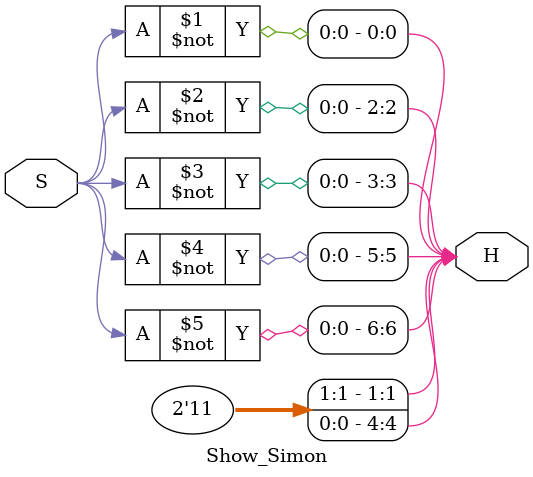
<source format=v>
module Show_Simon(H, S);
	input S;
	output [0:6] H;
	assign H[0] = ~S;
	assign H[2] = ~S;
	assign H[3] = ~S;
	assign H[5] = ~S;
	assign H[6] = ~S;
	assign H[1] = 1;
	assign H[4] = 1;
endmodule
</source>
